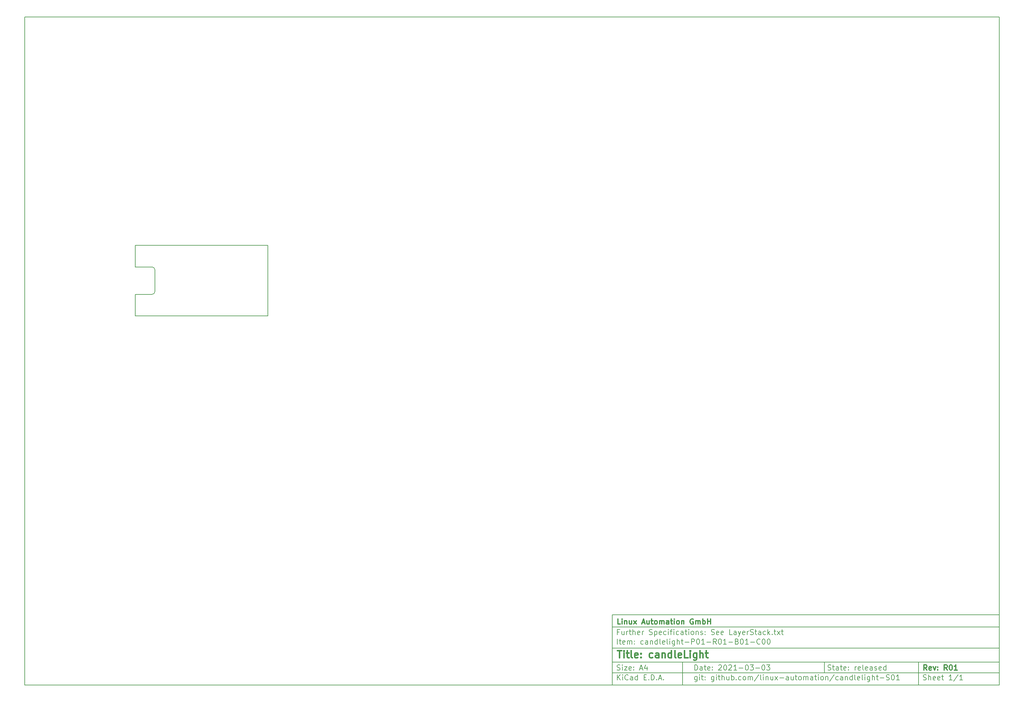
<source format=gm1>
%TF.GenerationSoftware,KiCad,Pcbnew,5.1.9+dfsg1-1~bpo10+1*%
%TF.CreationDate,2021-03-04T17:44:12+01:00*%
%TF.ProjectId,candleLight,63616e64-6c65-44c6-9967-68742e6b6963,R01*%
%TF.SameCoordinates,Original*%
%TF.FileFunction,Profile,NP*%
%FSLAX46Y46*%
G04 Gerber Fmt 4.6, Leading zero omitted, Abs format (unit mm)*
G04 Created by KiCad (PCBNEW 5.1.9+dfsg1-1~bpo10+1) date 2021-03-04 17:44:12*
%MOMM*%
%LPD*%
G01*
G04 APERTURE LIST*
%ADD10C,0.100000*%
%ADD11C,0.150000*%
%ADD12C,0.300000*%
%ADD13C,0.400000*%
%TA.AperFunction,Profile*%
%ADD14C,0.150000*%
%TD*%
G04 APERTURE END LIST*
D10*
D11*
X177002200Y-180007200D02*
X177002200Y-200007200D01*
X287002200Y-200007200D01*
X287002200Y-180007200D01*
X177002200Y-180007200D01*
D10*
D11*
X10000000Y-10000000D02*
X10000000Y-200007200D01*
X287002200Y-200007200D01*
X287002200Y-10000000D01*
X10000000Y-10000000D01*
D10*
D11*
X200434342Y-195785771D02*
X200434342Y-194285771D01*
X200791485Y-194285771D01*
X201005771Y-194357200D01*
X201148628Y-194500057D01*
X201220057Y-194642914D01*
X201291485Y-194928628D01*
X201291485Y-195142914D01*
X201220057Y-195428628D01*
X201148628Y-195571485D01*
X201005771Y-195714342D01*
X200791485Y-195785771D01*
X200434342Y-195785771D01*
X202577200Y-195785771D02*
X202577200Y-195000057D01*
X202505771Y-194857200D01*
X202362914Y-194785771D01*
X202077200Y-194785771D01*
X201934342Y-194857200D01*
X202577200Y-195714342D02*
X202434342Y-195785771D01*
X202077200Y-195785771D01*
X201934342Y-195714342D01*
X201862914Y-195571485D01*
X201862914Y-195428628D01*
X201934342Y-195285771D01*
X202077200Y-195214342D01*
X202434342Y-195214342D01*
X202577200Y-195142914D01*
X203077200Y-194785771D02*
X203648628Y-194785771D01*
X203291485Y-194285771D02*
X203291485Y-195571485D01*
X203362914Y-195714342D01*
X203505771Y-195785771D01*
X203648628Y-195785771D01*
X204720057Y-195714342D02*
X204577200Y-195785771D01*
X204291485Y-195785771D01*
X204148628Y-195714342D01*
X204077200Y-195571485D01*
X204077200Y-195000057D01*
X204148628Y-194857200D01*
X204291485Y-194785771D01*
X204577200Y-194785771D01*
X204720057Y-194857200D01*
X204791485Y-195000057D01*
X204791485Y-195142914D01*
X204077200Y-195285771D01*
X205434342Y-195642914D02*
X205505771Y-195714342D01*
X205434342Y-195785771D01*
X205362914Y-195714342D01*
X205434342Y-195642914D01*
X205434342Y-195785771D01*
X205434342Y-194857200D02*
X205505771Y-194928628D01*
X205434342Y-195000057D01*
X205362914Y-194928628D01*
X205434342Y-194857200D01*
X205434342Y-195000057D01*
X207220057Y-194428628D02*
X207291485Y-194357200D01*
X207434342Y-194285771D01*
X207791485Y-194285771D01*
X207934342Y-194357200D01*
X208005771Y-194428628D01*
X208077200Y-194571485D01*
X208077200Y-194714342D01*
X208005771Y-194928628D01*
X207148628Y-195785771D01*
X208077200Y-195785771D01*
X209005771Y-194285771D02*
X209148628Y-194285771D01*
X209291485Y-194357200D01*
X209362914Y-194428628D01*
X209434342Y-194571485D01*
X209505771Y-194857200D01*
X209505771Y-195214342D01*
X209434342Y-195500057D01*
X209362914Y-195642914D01*
X209291485Y-195714342D01*
X209148628Y-195785771D01*
X209005771Y-195785771D01*
X208862914Y-195714342D01*
X208791485Y-195642914D01*
X208720057Y-195500057D01*
X208648628Y-195214342D01*
X208648628Y-194857200D01*
X208720057Y-194571485D01*
X208791485Y-194428628D01*
X208862914Y-194357200D01*
X209005771Y-194285771D01*
X210077200Y-194428628D02*
X210148628Y-194357200D01*
X210291485Y-194285771D01*
X210648628Y-194285771D01*
X210791485Y-194357200D01*
X210862914Y-194428628D01*
X210934342Y-194571485D01*
X210934342Y-194714342D01*
X210862914Y-194928628D01*
X210005771Y-195785771D01*
X210934342Y-195785771D01*
X212362914Y-195785771D02*
X211505771Y-195785771D01*
X211934342Y-195785771D02*
X211934342Y-194285771D01*
X211791485Y-194500057D01*
X211648628Y-194642914D01*
X211505771Y-194714342D01*
X213005771Y-195214342D02*
X214148628Y-195214342D01*
X215148628Y-194285771D02*
X215291485Y-194285771D01*
X215434342Y-194357200D01*
X215505771Y-194428628D01*
X215577200Y-194571485D01*
X215648628Y-194857200D01*
X215648628Y-195214342D01*
X215577200Y-195500057D01*
X215505771Y-195642914D01*
X215434342Y-195714342D01*
X215291485Y-195785771D01*
X215148628Y-195785771D01*
X215005771Y-195714342D01*
X214934342Y-195642914D01*
X214862914Y-195500057D01*
X214791485Y-195214342D01*
X214791485Y-194857200D01*
X214862914Y-194571485D01*
X214934342Y-194428628D01*
X215005771Y-194357200D01*
X215148628Y-194285771D01*
X216148628Y-194285771D02*
X217077200Y-194285771D01*
X216577200Y-194857200D01*
X216791485Y-194857200D01*
X216934342Y-194928628D01*
X217005771Y-195000057D01*
X217077200Y-195142914D01*
X217077200Y-195500057D01*
X217005771Y-195642914D01*
X216934342Y-195714342D01*
X216791485Y-195785771D01*
X216362914Y-195785771D01*
X216220057Y-195714342D01*
X216148628Y-195642914D01*
X217720057Y-195214342D02*
X218862914Y-195214342D01*
X219862914Y-194285771D02*
X220005771Y-194285771D01*
X220148628Y-194357200D01*
X220220057Y-194428628D01*
X220291485Y-194571485D01*
X220362914Y-194857200D01*
X220362914Y-195214342D01*
X220291485Y-195500057D01*
X220220057Y-195642914D01*
X220148628Y-195714342D01*
X220005771Y-195785771D01*
X219862914Y-195785771D01*
X219720057Y-195714342D01*
X219648628Y-195642914D01*
X219577200Y-195500057D01*
X219505771Y-195214342D01*
X219505771Y-194857200D01*
X219577200Y-194571485D01*
X219648628Y-194428628D01*
X219720057Y-194357200D01*
X219862914Y-194285771D01*
X220862914Y-194285771D02*
X221791485Y-194285771D01*
X221291485Y-194857200D01*
X221505771Y-194857200D01*
X221648628Y-194928628D01*
X221720057Y-195000057D01*
X221791485Y-195142914D01*
X221791485Y-195500057D01*
X221720057Y-195642914D01*
X221648628Y-195714342D01*
X221505771Y-195785771D01*
X221077200Y-195785771D01*
X220934342Y-195714342D01*
X220862914Y-195642914D01*
D10*
D11*
X178434342Y-188385771D02*
X178434342Y-186885771D01*
X178934342Y-187385771D02*
X179505771Y-187385771D01*
X179148628Y-186885771D02*
X179148628Y-188171485D01*
X179220057Y-188314342D01*
X179362914Y-188385771D01*
X179505771Y-188385771D01*
X180577200Y-188314342D02*
X180434342Y-188385771D01*
X180148628Y-188385771D01*
X180005771Y-188314342D01*
X179934342Y-188171485D01*
X179934342Y-187600057D01*
X180005771Y-187457200D01*
X180148628Y-187385771D01*
X180434342Y-187385771D01*
X180577200Y-187457200D01*
X180648628Y-187600057D01*
X180648628Y-187742914D01*
X179934342Y-187885771D01*
X181291485Y-188385771D02*
X181291485Y-187385771D01*
X181291485Y-187528628D02*
X181362914Y-187457200D01*
X181505771Y-187385771D01*
X181720057Y-187385771D01*
X181862914Y-187457200D01*
X181934342Y-187600057D01*
X181934342Y-188385771D01*
X181934342Y-187600057D02*
X182005771Y-187457200D01*
X182148628Y-187385771D01*
X182362914Y-187385771D01*
X182505771Y-187457200D01*
X182577200Y-187600057D01*
X182577200Y-188385771D01*
X183291485Y-188242914D02*
X183362914Y-188314342D01*
X183291485Y-188385771D01*
X183220057Y-188314342D01*
X183291485Y-188242914D01*
X183291485Y-188385771D01*
X183291485Y-187457200D02*
X183362914Y-187528628D01*
X183291485Y-187600057D01*
X183220057Y-187528628D01*
X183291485Y-187457200D01*
X183291485Y-187600057D01*
X185791485Y-188314342D02*
X185648628Y-188385771D01*
X185362914Y-188385771D01*
X185220057Y-188314342D01*
X185148628Y-188242914D01*
X185077200Y-188100057D01*
X185077200Y-187671485D01*
X185148628Y-187528628D01*
X185220057Y-187457200D01*
X185362914Y-187385771D01*
X185648628Y-187385771D01*
X185791485Y-187457200D01*
X187077200Y-188385771D02*
X187077200Y-187600057D01*
X187005771Y-187457200D01*
X186862914Y-187385771D01*
X186577200Y-187385771D01*
X186434342Y-187457200D01*
X187077200Y-188314342D02*
X186934342Y-188385771D01*
X186577200Y-188385771D01*
X186434342Y-188314342D01*
X186362914Y-188171485D01*
X186362914Y-188028628D01*
X186434342Y-187885771D01*
X186577200Y-187814342D01*
X186934342Y-187814342D01*
X187077200Y-187742914D01*
X187791485Y-187385771D02*
X187791485Y-188385771D01*
X187791485Y-187528628D02*
X187862914Y-187457200D01*
X188005771Y-187385771D01*
X188220057Y-187385771D01*
X188362914Y-187457200D01*
X188434342Y-187600057D01*
X188434342Y-188385771D01*
X189791485Y-188385771D02*
X189791485Y-186885771D01*
X189791485Y-188314342D02*
X189648628Y-188385771D01*
X189362914Y-188385771D01*
X189220057Y-188314342D01*
X189148628Y-188242914D01*
X189077200Y-188100057D01*
X189077200Y-187671485D01*
X189148628Y-187528628D01*
X189220057Y-187457200D01*
X189362914Y-187385771D01*
X189648628Y-187385771D01*
X189791485Y-187457200D01*
X190720057Y-188385771D02*
X190577200Y-188314342D01*
X190505771Y-188171485D01*
X190505771Y-186885771D01*
X191862914Y-188314342D02*
X191720057Y-188385771D01*
X191434342Y-188385771D01*
X191291485Y-188314342D01*
X191220057Y-188171485D01*
X191220057Y-187600057D01*
X191291485Y-187457200D01*
X191434342Y-187385771D01*
X191720057Y-187385771D01*
X191862914Y-187457200D01*
X191934342Y-187600057D01*
X191934342Y-187742914D01*
X191220057Y-187885771D01*
X192791485Y-188385771D02*
X192648628Y-188314342D01*
X192577200Y-188171485D01*
X192577200Y-186885771D01*
X193362914Y-188385771D02*
X193362914Y-187385771D01*
X193362914Y-186885771D02*
X193291485Y-186957200D01*
X193362914Y-187028628D01*
X193434342Y-186957200D01*
X193362914Y-186885771D01*
X193362914Y-187028628D01*
X194720057Y-187385771D02*
X194720057Y-188600057D01*
X194648628Y-188742914D01*
X194577200Y-188814342D01*
X194434342Y-188885771D01*
X194220057Y-188885771D01*
X194077200Y-188814342D01*
X194720057Y-188314342D02*
X194577200Y-188385771D01*
X194291485Y-188385771D01*
X194148628Y-188314342D01*
X194077200Y-188242914D01*
X194005771Y-188100057D01*
X194005771Y-187671485D01*
X194077200Y-187528628D01*
X194148628Y-187457200D01*
X194291485Y-187385771D01*
X194577200Y-187385771D01*
X194720057Y-187457200D01*
X195434342Y-188385771D02*
X195434342Y-186885771D01*
X196077200Y-188385771D02*
X196077200Y-187600057D01*
X196005771Y-187457200D01*
X195862914Y-187385771D01*
X195648628Y-187385771D01*
X195505771Y-187457200D01*
X195434342Y-187528628D01*
X196577200Y-187385771D02*
X197148628Y-187385771D01*
X196791485Y-186885771D02*
X196791485Y-188171485D01*
X196862914Y-188314342D01*
X197005771Y-188385771D01*
X197148628Y-188385771D01*
X197648628Y-187814342D02*
X198791485Y-187814342D01*
X199505771Y-188385771D02*
X199505771Y-186885771D01*
X200077200Y-186885771D01*
X200220057Y-186957200D01*
X200291485Y-187028628D01*
X200362914Y-187171485D01*
X200362914Y-187385771D01*
X200291485Y-187528628D01*
X200220057Y-187600057D01*
X200077200Y-187671485D01*
X199505771Y-187671485D01*
X201291485Y-186885771D02*
X201434342Y-186885771D01*
X201577200Y-186957200D01*
X201648628Y-187028628D01*
X201720057Y-187171485D01*
X201791485Y-187457200D01*
X201791485Y-187814342D01*
X201720057Y-188100057D01*
X201648628Y-188242914D01*
X201577200Y-188314342D01*
X201434342Y-188385771D01*
X201291485Y-188385771D01*
X201148628Y-188314342D01*
X201077200Y-188242914D01*
X201005771Y-188100057D01*
X200934342Y-187814342D01*
X200934342Y-187457200D01*
X201005771Y-187171485D01*
X201077200Y-187028628D01*
X201148628Y-186957200D01*
X201291485Y-186885771D01*
X203220057Y-188385771D02*
X202362914Y-188385771D01*
X202791485Y-188385771D02*
X202791485Y-186885771D01*
X202648628Y-187100057D01*
X202505771Y-187242914D01*
X202362914Y-187314342D01*
X203862914Y-187814342D02*
X205005771Y-187814342D01*
X206577200Y-188385771D02*
X206077200Y-187671485D01*
X205720057Y-188385771D02*
X205720057Y-186885771D01*
X206291485Y-186885771D01*
X206434342Y-186957200D01*
X206505771Y-187028628D01*
X206577200Y-187171485D01*
X206577200Y-187385771D01*
X206505771Y-187528628D01*
X206434342Y-187600057D01*
X206291485Y-187671485D01*
X205720057Y-187671485D01*
X207505771Y-186885771D02*
X207648628Y-186885771D01*
X207791485Y-186957200D01*
X207862914Y-187028628D01*
X207934342Y-187171485D01*
X208005771Y-187457200D01*
X208005771Y-187814342D01*
X207934342Y-188100057D01*
X207862914Y-188242914D01*
X207791485Y-188314342D01*
X207648628Y-188385771D01*
X207505771Y-188385771D01*
X207362914Y-188314342D01*
X207291485Y-188242914D01*
X207220057Y-188100057D01*
X207148628Y-187814342D01*
X207148628Y-187457200D01*
X207220057Y-187171485D01*
X207291485Y-187028628D01*
X207362914Y-186957200D01*
X207505771Y-186885771D01*
X209434342Y-188385771D02*
X208577200Y-188385771D01*
X209005771Y-188385771D02*
X209005771Y-186885771D01*
X208862914Y-187100057D01*
X208720057Y-187242914D01*
X208577200Y-187314342D01*
X210077200Y-187814342D02*
X211220057Y-187814342D01*
X212434342Y-187600057D02*
X212648628Y-187671485D01*
X212720057Y-187742914D01*
X212791485Y-187885771D01*
X212791485Y-188100057D01*
X212720057Y-188242914D01*
X212648628Y-188314342D01*
X212505771Y-188385771D01*
X211934342Y-188385771D01*
X211934342Y-186885771D01*
X212434342Y-186885771D01*
X212577200Y-186957200D01*
X212648628Y-187028628D01*
X212720057Y-187171485D01*
X212720057Y-187314342D01*
X212648628Y-187457200D01*
X212577200Y-187528628D01*
X212434342Y-187600057D01*
X211934342Y-187600057D01*
X213720057Y-186885771D02*
X213862914Y-186885771D01*
X214005771Y-186957200D01*
X214077200Y-187028628D01*
X214148628Y-187171485D01*
X214220057Y-187457200D01*
X214220057Y-187814342D01*
X214148628Y-188100057D01*
X214077200Y-188242914D01*
X214005771Y-188314342D01*
X213862914Y-188385771D01*
X213720057Y-188385771D01*
X213577200Y-188314342D01*
X213505771Y-188242914D01*
X213434342Y-188100057D01*
X213362914Y-187814342D01*
X213362914Y-187457200D01*
X213434342Y-187171485D01*
X213505771Y-187028628D01*
X213577200Y-186957200D01*
X213720057Y-186885771D01*
X215648628Y-188385771D02*
X214791485Y-188385771D01*
X215220057Y-188385771D02*
X215220057Y-186885771D01*
X215077200Y-187100057D01*
X214934342Y-187242914D01*
X214791485Y-187314342D01*
X216291485Y-187814342D02*
X217434342Y-187814342D01*
X219005771Y-188242914D02*
X218934342Y-188314342D01*
X218720057Y-188385771D01*
X218577200Y-188385771D01*
X218362914Y-188314342D01*
X218220057Y-188171485D01*
X218148628Y-188028628D01*
X218077200Y-187742914D01*
X218077200Y-187528628D01*
X218148628Y-187242914D01*
X218220057Y-187100057D01*
X218362914Y-186957200D01*
X218577200Y-186885771D01*
X218720057Y-186885771D01*
X218934342Y-186957200D01*
X219005771Y-187028628D01*
X219934342Y-186885771D02*
X220077200Y-186885771D01*
X220220057Y-186957200D01*
X220291485Y-187028628D01*
X220362914Y-187171485D01*
X220434342Y-187457200D01*
X220434342Y-187814342D01*
X220362914Y-188100057D01*
X220291485Y-188242914D01*
X220220057Y-188314342D01*
X220077200Y-188385771D01*
X219934342Y-188385771D01*
X219791485Y-188314342D01*
X219720057Y-188242914D01*
X219648628Y-188100057D01*
X219577200Y-187814342D01*
X219577200Y-187457200D01*
X219648628Y-187171485D01*
X219720057Y-187028628D01*
X219791485Y-186957200D01*
X219934342Y-186885771D01*
X221362914Y-186885771D02*
X221505771Y-186885771D01*
X221648628Y-186957200D01*
X221720057Y-187028628D01*
X221791485Y-187171485D01*
X221862914Y-187457200D01*
X221862914Y-187814342D01*
X221791485Y-188100057D01*
X221720057Y-188242914D01*
X221648628Y-188314342D01*
X221505771Y-188385771D01*
X221362914Y-188385771D01*
X221220057Y-188314342D01*
X221148628Y-188242914D01*
X221077200Y-188100057D01*
X221005771Y-187814342D01*
X221005771Y-187457200D01*
X221077200Y-187171485D01*
X221148628Y-187028628D01*
X221220057Y-186957200D01*
X221362914Y-186885771D01*
D10*
D11*
X177002200Y-196507200D02*
X287002200Y-196507200D01*
D10*
D11*
X178434342Y-198585771D02*
X178434342Y-197085771D01*
X179291485Y-198585771D02*
X178648628Y-197728628D01*
X179291485Y-197085771D02*
X178434342Y-197942914D01*
X179934342Y-198585771D02*
X179934342Y-197585771D01*
X179934342Y-197085771D02*
X179862914Y-197157200D01*
X179934342Y-197228628D01*
X180005771Y-197157200D01*
X179934342Y-197085771D01*
X179934342Y-197228628D01*
X181505771Y-198442914D02*
X181434342Y-198514342D01*
X181220057Y-198585771D01*
X181077200Y-198585771D01*
X180862914Y-198514342D01*
X180720057Y-198371485D01*
X180648628Y-198228628D01*
X180577200Y-197942914D01*
X180577200Y-197728628D01*
X180648628Y-197442914D01*
X180720057Y-197300057D01*
X180862914Y-197157200D01*
X181077200Y-197085771D01*
X181220057Y-197085771D01*
X181434342Y-197157200D01*
X181505771Y-197228628D01*
X182791485Y-198585771D02*
X182791485Y-197800057D01*
X182720057Y-197657200D01*
X182577200Y-197585771D01*
X182291485Y-197585771D01*
X182148628Y-197657200D01*
X182791485Y-198514342D02*
X182648628Y-198585771D01*
X182291485Y-198585771D01*
X182148628Y-198514342D01*
X182077200Y-198371485D01*
X182077200Y-198228628D01*
X182148628Y-198085771D01*
X182291485Y-198014342D01*
X182648628Y-198014342D01*
X182791485Y-197942914D01*
X184148628Y-198585771D02*
X184148628Y-197085771D01*
X184148628Y-198514342D02*
X184005771Y-198585771D01*
X183720057Y-198585771D01*
X183577200Y-198514342D01*
X183505771Y-198442914D01*
X183434342Y-198300057D01*
X183434342Y-197871485D01*
X183505771Y-197728628D01*
X183577200Y-197657200D01*
X183720057Y-197585771D01*
X184005771Y-197585771D01*
X184148628Y-197657200D01*
X186005771Y-197800057D02*
X186505771Y-197800057D01*
X186720057Y-198585771D02*
X186005771Y-198585771D01*
X186005771Y-197085771D01*
X186720057Y-197085771D01*
X187362914Y-198442914D02*
X187434342Y-198514342D01*
X187362914Y-198585771D01*
X187291485Y-198514342D01*
X187362914Y-198442914D01*
X187362914Y-198585771D01*
X188077200Y-198585771D02*
X188077200Y-197085771D01*
X188434342Y-197085771D01*
X188648628Y-197157200D01*
X188791485Y-197300057D01*
X188862914Y-197442914D01*
X188934342Y-197728628D01*
X188934342Y-197942914D01*
X188862914Y-198228628D01*
X188791485Y-198371485D01*
X188648628Y-198514342D01*
X188434342Y-198585771D01*
X188077200Y-198585771D01*
X189577200Y-198442914D02*
X189648628Y-198514342D01*
X189577200Y-198585771D01*
X189505771Y-198514342D01*
X189577200Y-198442914D01*
X189577200Y-198585771D01*
X190220057Y-198157200D02*
X190934342Y-198157200D01*
X190077200Y-198585771D02*
X190577200Y-197085771D01*
X191077200Y-198585771D01*
X191577200Y-198442914D02*
X191648628Y-198514342D01*
X191577200Y-198585771D01*
X191505771Y-198514342D01*
X191577200Y-198442914D01*
X191577200Y-198585771D01*
D10*
D11*
X177002200Y-193507200D02*
X287002200Y-193507200D01*
D10*
D12*
X266411485Y-195785771D02*
X265911485Y-195071485D01*
X265554342Y-195785771D02*
X265554342Y-194285771D01*
X266125771Y-194285771D01*
X266268628Y-194357200D01*
X266340057Y-194428628D01*
X266411485Y-194571485D01*
X266411485Y-194785771D01*
X266340057Y-194928628D01*
X266268628Y-195000057D01*
X266125771Y-195071485D01*
X265554342Y-195071485D01*
X267625771Y-195714342D02*
X267482914Y-195785771D01*
X267197200Y-195785771D01*
X267054342Y-195714342D01*
X266982914Y-195571485D01*
X266982914Y-195000057D01*
X267054342Y-194857200D01*
X267197200Y-194785771D01*
X267482914Y-194785771D01*
X267625771Y-194857200D01*
X267697200Y-195000057D01*
X267697200Y-195142914D01*
X266982914Y-195285771D01*
X268197200Y-194785771D02*
X268554342Y-195785771D01*
X268911485Y-194785771D01*
X269482914Y-195642914D02*
X269554342Y-195714342D01*
X269482914Y-195785771D01*
X269411485Y-195714342D01*
X269482914Y-195642914D01*
X269482914Y-195785771D01*
X269482914Y-194857200D02*
X269554342Y-194928628D01*
X269482914Y-195000057D01*
X269411485Y-194928628D01*
X269482914Y-194857200D01*
X269482914Y-195000057D01*
X272197200Y-195785771D02*
X271697200Y-195071485D01*
X271340057Y-195785771D02*
X271340057Y-194285771D01*
X271911485Y-194285771D01*
X272054342Y-194357200D01*
X272125771Y-194428628D01*
X272197200Y-194571485D01*
X272197200Y-194785771D01*
X272125771Y-194928628D01*
X272054342Y-195000057D01*
X271911485Y-195071485D01*
X271340057Y-195071485D01*
X273125771Y-194285771D02*
X273268628Y-194285771D01*
X273411485Y-194357200D01*
X273482914Y-194428628D01*
X273554342Y-194571485D01*
X273625771Y-194857200D01*
X273625771Y-195214342D01*
X273554342Y-195500057D01*
X273482914Y-195642914D01*
X273411485Y-195714342D01*
X273268628Y-195785771D01*
X273125771Y-195785771D01*
X272982914Y-195714342D01*
X272911485Y-195642914D01*
X272840057Y-195500057D01*
X272768628Y-195214342D01*
X272768628Y-194857200D01*
X272840057Y-194571485D01*
X272911485Y-194428628D01*
X272982914Y-194357200D01*
X273125771Y-194285771D01*
X275054342Y-195785771D02*
X274197200Y-195785771D01*
X274625771Y-195785771D02*
X274625771Y-194285771D01*
X274482914Y-194500057D01*
X274340057Y-194642914D01*
X274197200Y-194714342D01*
D10*
D11*
X178362914Y-195714342D02*
X178577200Y-195785771D01*
X178934342Y-195785771D01*
X179077200Y-195714342D01*
X179148628Y-195642914D01*
X179220057Y-195500057D01*
X179220057Y-195357200D01*
X179148628Y-195214342D01*
X179077200Y-195142914D01*
X178934342Y-195071485D01*
X178648628Y-195000057D01*
X178505771Y-194928628D01*
X178434342Y-194857200D01*
X178362914Y-194714342D01*
X178362914Y-194571485D01*
X178434342Y-194428628D01*
X178505771Y-194357200D01*
X178648628Y-194285771D01*
X179005771Y-194285771D01*
X179220057Y-194357200D01*
X179862914Y-195785771D02*
X179862914Y-194785771D01*
X179862914Y-194285771D02*
X179791485Y-194357200D01*
X179862914Y-194428628D01*
X179934342Y-194357200D01*
X179862914Y-194285771D01*
X179862914Y-194428628D01*
X180434342Y-194785771D02*
X181220057Y-194785771D01*
X180434342Y-195785771D01*
X181220057Y-195785771D01*
X182362914Y-195714342D02*
X182220057Y-195785771D01*
X181934342Y-195785771D01*
X181791485Y-195714342D01*
X181720057Y-195571485D01*
X181720057Y-195000057D01*
X181791485Y-194857200D01*
X181934342Y-194785771D01*
X182220057Y-194785771D01*
X182362914Y-194857200D01*
X182434342Y-195000057D01*
X182434342Y-195142914D01*
X181720057Y-195285771D01*
X183077200Y-195642914D02*
X183148628Y-195714342D01*
X183077200Y-195785771D01*
X183005771Y-195714342D01*
X183077200Y-195642914D01*
X183077200Y-195785771D01*
X183077200Y-194857200D02*
X183148628Y-194928628D01*
X183077200Y-195000057D01*
X183005771Y-194928628D01*
X183077200Y-194857200D01*
X183077200Y-195000057D01*
X184862914Y-195357200D02*
X185577200Y-195357200D01*
X184720057Y-195785771D02*
X185220057Y-194285771D01*
X185720057Y-195785771D01*
X186862914Y-194785771D02*
X186862914Y-195785771D01*
X186505771Y-194214342D02*
X186148628Y-195285771D01*
X187077200Y-195285771D01*
D10*
D11*
X265362914Y-198514342D02*
X265577200Y-198585771D01*
X265934342Y-198585771D01*
X266077200Y-198514342D01*
X266148628Y-198442914D01*
X266220057Y-198300057D01*
X266220057Y-198157200D01*
X266148628Y-198014342D01*
X266077200Y-197942914D01*
X265934342Y-197871485D01*
X265648628Y-197800057D01*
X265505771Y-197728628D01*
X265434342Y-197657200D01*
X265362914Y-197514342D01*
X265362914Y-197371485D01*
X265434342Y-197228628D01*
X265505771Y-197157200D01*
X265648628Y-197085771D01*
X266005771Y-197085771D01*
X266220057Y-197157200D01*
X266862914Y-198585771D02*
X266862914Y-197085771D01*
X267505771Y-198585771D02*
X267505771Y-197800057D01*
X267434342Y-197657200D01*
X267291485Y-197585771D01*
X267077200Y-197585771D01*
X266934342Y-197657200D01*
X266862914Y-197728628D01*
X268791485Y-198514342D02*
X268648628Y-198585771D01*
X268362914Y-198585771D01*
X268220057Y-198514342D01*
X268148628Y-198371485D01*
X268148628Y-197800057D01*
X268220057Y-197657200D01*
X268362914Y-197585771D01*
X268648628Y-197585771D01*
X268791485Y-197657200D01*
X268862914Y-197800057D01*
X268862914Y-197942914D01*
X268148628Y-198085771D01*
X270077200Y-198514342D02*
X269934342Y-198585771D01*
X269648628Y-198585771D01*
X269505771Y-198514342D01*
X269434342Y-198371485D01*
X269434342Y-197800057D01*
X269505771Y-197657200D01*
X269648628Y-197585771D01*
X269934342Y-197585771D01*
X270077200Y-197657200D01*
X270148628Y-197800057D01*
X270148628Y-197942914D01*
X269434342Y-198085771D01*
X270577200Y-197585771D02*
X271148628Y-197585771D01*
X270791485Y-197085771D02*
X270791485Y-198371485D01*
X270862914Y-198514342D01*
X271005771Y-198585771D01*
X271148628Y-198585771D01*
X273577200Y-198585771D02*
X272720057Y-198585771D01*
X273148628Y-198585771D02*
X273148628Y-197085771D01*
X273005771Y-197300057D01*
X272862914Y-197442914D01*
X272720057Y-197514342D01*
X275291485Y-197014342D02*
X274005771Y-198942914D01*
X276577200Y-198585771D02*
X275720057Y-198585771D01*
X276148628Y-198585771D02*
X276148628Y-197085771D01*
X276005771Y-197300057D01*
X275862914Y-197442914D01*
X275720057Y-197514342D01*
D10*
D11*
X177002200Y-189507200D02*
X287002200Y-189507200D01*
D10*
D13*
X178452676Y-190211961D02*
X179595533Y-190211961D01*
X179024104Y-192211961D02*
X179024104Y-190211961D01*
X180262200Y-192211961D02*
X180262200Y-190878628D01*
X180262200Y-190211961D02*
X180166961Y-190307200D01*
X180262200Y-190402438D01*
X180357438Y-190307200D01*
X180262200Y-190211961D01*
X180262200Y-190402438D01*
X180928866Y-190878628D02*
X181690771Y-190878628D01*
X181214580Y-190211961D02*
X181214580Y-191926247D01*
X181309819Y-192116723D01*
X181500295Y-192211961D01*
X181690771Y-192211961D01*
X182643152Y-192211961D02*
X182452676Y-192116723D01*
X182357438Y-191926247D01*
X182357438Y-190211961D01*
X184166961Y-192116723D02*
X183976485Y-192211961D01*
X183595533Y-192211961D01*
X183405057Y-192116723D01*
X183309819Y-191926247D01*
X183309819Y-191164342D01*
X183405057Y-190973866D01*
X183595533Y-190878628D01*
X183976485Y-190878628D01*
X184166961Y-190973866D01*
X184262200Y-191164342D01*
X184262200Y-191354819D01*
X183309819Y-191545295D01*
X185119342Y-192021485D02*
X185214580Y-192116723D01*
X185119342Y-192211961D01*
X185024104Y-192116723D01*
X185119342Y-192021485D01*
X185119342Y-192211961D01*
X185119342Y-190973866D02*
X185214580Y-191069104D01*
X185119342Y-191164342D01*
X185024104Y-191069104D01*
X185119342Y-190973866D01*
X185119342Y-191164342D01*
X188452676Y-192116723D02*
X188262200Y-192211961D01*
X187881247Y-192211961D01*
X187690771Y-192116723D01*
X187595533Y-192021485D01*
X187500295Y-191831009D01*
X187500295Y-191259580D01*
X187595533Y-191069104D01*
X187690771Y-190973866D01*
X187881247Y-190878628D01*
X188262200Y-190878628D01*
X188452676Y-190973866D01*
X190166961Y-192211961D02*
X190166961Y-191164342D01*
X190071723Y-190973866D01*
X189881247Y-190878628D01*
X189500295Y-190878628D01*
X189309819Y-190973866D01*
X190166961Y-192116723D02*
X189976485Y-192211961D01*
X189500295Y-192211961D01*
X189309819Y-192116723D01*
X189214580Y-191926247D01*
X189214580Y-191735771D01*
X189309819Y-191545295D01*
X189500295Y-191450057D01*
X189976485Y-191450057D01*
X190166961Y-191354819D01*
X191119342Y-190878628D02*
X191119342Y-192211961D01*
X191119342Y-191069104D02*
X191214580Y-190973866D01*
X191405057Y-190878628D01*
X191690771Y-190878628D01*
X191881247Y-190973866D01*
X191976485Y-191164342D01*
X191976485Y-192211961D01*
X193786009Y-192211961D02*
X193786009Y-190211961D01*
X193786009Y-192116723D02*
X193595533Y-192211961D01*
X193214580Y-192211961D01*
X193024104Y-192116723D01*
X192928866Y-192021485D01*
X192833628Y-191831009D01*
X192833628Y-191259580D01*
X192928866Y-191069104D01*
X193024104Y-190973866D01*
X193214580Y-190878628D01*
X193595533Y-190878628D01*
X193786009Y-190973866D01*
X195024104Y-192211961D02*
X194833628Y-192116723D01*
X194738390Y-191926247D01*
X194738390Y-190211961D01*
X196547914Y-192116723D02*
X196357438Y-192211961D01*
X195976485Y-192211961D01*
X195786009Y-192116723D01*
X195690771Y-191926247D01*
X195690771Y-191164342D01*
X195786009Y-190973866D01*
X195976485Y-190878628D01*
X196357438Y-190878628D01*
X196547914Y-190973866D01*
X196643152Y-191164342D01*
X196643152Y-191354819D01*
X195690771Y-191545295D01*
X198452676Y-192211961D02*
X197500295Y-192211961D01*
X197500295Y-190211961D01*
X199119342Y-192211961D02*
X199119342Y-190878628D01*
X199119342Y-190211961D02*
X199024104Y-190307200D01*
X199119342Y-190402438D01*
X199214580Y-190307200D01*
X199119342Y-190211961D01*
X199119342Y-190402438D01*
X200928866Y-190878628D02*
X200928866Y-192497676D01*
X200833628Y-192688152D01*
X200738390Y-192783390D01*
X200547914Y-192878628D01*
X200262200Y-192878628D01*
X200071723Y-192783390D01*
X200928866Y-192116723D02*
X200738390Y-192211961D01*
X200357438Y-192211961D01*
X200166961Y-192116723D01*
X200071723Y-192021485D01*
X199976485Y-191831009D01*
X199976485Y-191259580D01*
X200071723Y-191069104D01*
X200166961Y-190973866D01*
X200357438Y-190878628D01*
X200738390Y-190878628D01*
X200928866Y-190973866D01*
X201881247Y-192211961D02*
X201881247Y-190211961D01*
X202738390Y-192211961D02*
X202738390Y-191164342D01*
X202643152Y-190973866D01*
X202452676Y-190878628D01*
X202166961Y-190878628D01*
X201976485Y-190973866D01*
X201881247Y-191069104D01*
X203405057Y-190878628D02*
X204166961Y-190878628D01*
X203690771Y-190211961D02*
X203690771Y-191926247D01*
X203786009Y-192116723D01*
X203976485Y-192211961D01*
X204166961Y-192211961D01*
D10*
D11*
X177002200Y-183507200D02*
X287002200Y-183507200D01*
D10*
D11*
X178934342Y-184900057D02*
X178434342Y-184900057D01*
X178434342Y-185685771D02*
X178434342Y-184185771D01*
X179148628Y-184185771D01*
X180362914Y-184685771D02*
X180362914Y-185685771D01*
X179720057Y-184685771D02*
X179720057Y-185471485D01*
X179791485Y-185614342D01*
X179934342Y-185685771D01*
X180148628Y-185685771D01*
X180291485Y-185614342D01*
X180362914Y-185542914D01*
X181077200Y-185685771D02*
X181077200Y-184685771D01*
X181077200Y-184971485D02*
X181148628Y-184828628D01*
X181220057Y-184757200D01*
X181362914Y-184685771D01*
X181505771Y-184685771D01*
X181791485Y-184685771D02*
X182362914Y-184685771D01*
X182005771Y-184185771D02*
X182005771Y-185471485D01*
X182077200Y-185614342D01*
X182220057Y-185685771D01*
X182362914Y-185685771D01*
X182862914Y-185685771D02*
X182862914Y-184185771D01*
X183505771Y-185685771D02*
X183505771Y-184900057D01*
X183434342Y-184757200D01*
X183291485Y-184685771D01*
X183077200Y-184685771D01*
X182934342Y-184757200D01*
X182862914Y-184828628D01*
X184791485Y-185614342D02*
X184648628Y-185685771D01*
X184362914Y-185685771D01*
X184220057Y-185614342D01*
X184148628Y-185471485D01*
X184148628Y-184900057D01*
X184220057Y-184757200D01*
X184362914Y-184685771D01*
X184648628Y-184685771D01*
X184791485Y-184757200D01*
X184862914Y-184900057D01*
X184862914Y-185042914D01*
X184148628Y-185185771D01*
X185505771Y-185685771D02*
X185505771Y-184685771D01*
X185505771Y-184971485D02*
X185577200Y-184828628D01*
X185648628Y-184757200D01*
X185791485Y-184685771D01*
X185934342Y-184685771D01*
X187505771Y-185614342D02*
X187720057Y-185685771D01*
X188077200Y-185685771D01*
X188220057Y-185614342D01*
X188291485Y-185542914D01*
X188362914Y-185400057D01*
X188362914Y-185257200D01*
X188291485Y-185114342D01*
X188220057Y-185042914D01*
X188077200Y-184971485D01*
X187791485Y-184900057D01*
X187648628Y-184828628D01*
X187577200Y-184757200D01*
X187505771Y-184614342D01*
X187505771Y-184471485D01*
X187577200Y-184328628D01*
X187648628Y-184257200D01*
X187791485Y-184185771D01*
X188148628Y-184185771D01*
X188362914Y-184257200D01*
X189005771Y-184685771D02*
X189005771Y-186185771D01*
X189005771Y-184757200D02*
X189148628Y-184685771D01*
X189434342Y-184685771D01*
X189577200Y-184757200D01*
X189648628Y-184828628D01*
X189720057Y-184971485D01*
X189720057Y-185400057D01*
X189648628Y-185542914D01*
X189577200Y-185614342D01*
X189434342Y-185685771D01*
X189148628Y-185685771D01*
X189005771Y-185614342D01*
X190934342Y-185614342D02*
X190791485Y-185685771D01*
X190505771Y-185685771D01*
X190362914Y-185614342D01*
X190291485Y-185471485D01*
X190291485Y-184900057D01*
X190362914Y-184757200D01*
X190505771Y-184685771D01*
X190791485Y-184685771D01*
X190934342Y-184757200D01*
X191005771Y-184900057D01*
X191005771Y-185042914D01*
X190291485Y-185185771D01*
X192291485Y-185614342D02*
X192148628Y-185685771D01*
X191862914Y-185685771D01*
X191720057Y-185614342D01*
X191648628Y-185542914D01*
X191577200Y-185400057D01*
X191577200Y-184971485D01*
X191648628Y-184828628D01*
X191720057Y-184757200D01*
X191862914Y-184685771D01*
X192148628Y-184685771D01*
X192291485Y-184757200D01*
X192934342Y-185685771D02*
X192934342Y-184685771D01*
X192934342Y-184185771D02*
X192862914Y-184257200D01*
X192934342Y-184328628D01*
X193005771Y-184257200D01*
X192934342Y-184185771D01*
X192934342Y-184328628D01*
X193434342Y-184685771D02*
X194005771Y-184685771D01*
X193648628Y-185685771D02*
X193648628Y-184400057D01*
X193720057Y-184257200D01*
X193862914Y-184185771D01*
X194005771Y-184185771D01*
X194505771Y-185685771D02*
X194505771Y-184685771D01*
X194505771Y-184185771D02*
X194434342Y-184257200D01*
X194505771Y-184328628D01*
X194577200Y-184257200D01*
X194505771Y-184185771D01*
X194505771Y-184328628D01*
X195862914Y-185614342D02*
X195720057Y-185685771D01*
X195434342Y-185685771D01*
X195291485Y-185614342D01*
X195220057Y-185542914D01*
X195148628Y-185400057D01*
X195148628Y-184971485D01*
X195220057Y-184828628D01*
X195291485Y-184757200D01*
X195434342Y-184685771D01*
X195720057Y-184685771D01*
X195862914Y-184757200D01*
X197148628Y-185685771D02*
X197148628Y-184900057D01*
X197077200Y-184757200D01*
X196934342Y-184685771D01*
X196648628Y-184685771D01*
X196505771Y-184757200D01*
X197148628Y-185614342D02*
X197005771Y-185685771D01*
X196648628Y-185685771D01*
X196505771Y-185614342D01*
X196434342Y-185471485D01*
X196434342Y-185328628D01*
X196505771Y-185185771D01*
X196648628Y-185114342D01*
X197005771Y-185114342D01*
X197148628Y-185042914D01*
X197648628Y-184685771D02*
X198220057Y-184685771D01*
X197862914Y-184185771D02*
X197862914Y-185471485D01*
X197934342Y-185614342D01*
X198077200Y-185685771D01*
X198220057Y-185685771D01*
X198720057Y-185685771D02*
X198720057Y-184685771D01*
X198720057Y-184185771D02*
X198648628Y-184257200D01*
X198720057Y-184328628D01*
X198791485Y-184257200D01*
X198720057Y-184185771D01*
X198720057Y-184328628D01*
X199648628Y-185685771D02*
X199505771Y-185614342D01*
X199434342Y-185542914D01*
X199362914Y-185400057D01*
X199362914Y-184971485D01*
X199434342Y-184828628D01*
X199505771Y-184757200D01*
X199648628Y-184685771D01*
X199862914Y-184685771D01*
X200005771Y-184757200D01*
X200077200Y-184828628D01*
X200148628Y-184971485D01*
X200148628Y-185400057D01*
X200077200Y-185542914D01*
X200005771Y-185614342D01*
X199862914Y-185685771D01*
X199648628Y-185685771D01*
X200791485Y-184685771D02*
X200791485Y-185685771D01*
X200791485Y-184828628D02*
X200862914Y-184757200D01*
X201005771Y-184685771D01*
X201220057Y-184685771D01*
X201362914Y-184757200D01*
X201434342Y-184900057D01*
X201434342Y-185685771D01*
X202077200Y-185614342D02*
X202220057Y-185685771D01*
X202505771Y-185685771D01*
X202648628Y-185614342D01*
X202720057Y-185471485D01*
X202720057Y-185400057D01*
X202648628Y-185257200D01*
X202505771Y-185185771D01*
X202291485Y-185185771D01*
X202148628Y-185114342D01*
X202077200Y-184971485D01*
X202077200Y-184900057D01*
X202148628Y-184757200D01*
X202291485Y-184685771D01*
X202505771Y-184685771D01*
X202648628Y-184757200D01*
X203362914Y-185542914D02*
X203434342Y-185614342D01*
X203362914Y-185685771D01*
X203291485Y-185614342D01*
X203362914Y-185542914D01*
X203362914Y-185685771D01*
X203362914Y-184757200D02*
X203434342Y-184828628D01*
X203362914Y-184900057D01*
X203291485Y-184828628D01*
X203362914Y-184757200D01*
X203362914Y-184900057D01*
X205148628Y-185614342D02*
X205362914Y-185685771D01*
X205720057Y-185685771D01*
X205862914Y-185614342D01*
X205934342Y-185542914D01*
X206005771Y-185400057D01*
X206005771Y-185257200D01*
X205934342Y-185114342D01*
X205862914Y-185042914D01*
X205720057Y-184971485D01*
X205434342Y-184900057D01*
X205291485Y-184828628D01*
X205220057Y-184757200D01*
X205148628Y-184614342D01*
X205148628Y-184471485D01*
X205220057Y-184328628D01*
X205291485Y-184257200D01*
X205434342Y-184185771D01*
X205791485Y-184185771D01*
X206005771Y-184257200D01*
X207220057Y-185614342D02*
X207077200Y-185685771D01*
X206791485Y-185685771D01*
X206648628Y-185614342D01*
X206577200Y-185471485D01*
X206577200Y-184900057D01*
X206648628Y-184757200D01*
X206791485Y-184685771D01*
X207077200Y-184685771D01*
X207220057Y-184757200D01*
X207291485Y-184900057D01*
X207291485Y-185042914D01*
X206577200Y-185185771D01*
X208505771Y-185614342D02*
X208362914Y-185685771D01*
X208077200Y-185685771D01*
X207934342Y-185614342D01*
X207862914Y-185471485D01*
X207862914Y-184900057D01*
X207934342Y-184757200D01*
X208077200Y-184685771D01*
X208362914Y-184685771D01*
X208505771Y-184757200D01*
X208577200Y-184900057D01*
X208577200Y-185042914D01*
X207862914Y-185185771D01*
X211077200Y-185685771D02*
X210362914Y-185685771D01*
X210362914Y-184185771D01*
X212220057Y-185685771D02*
X212220057Y-184900057D01*
X212148628Y-184757200D01*
X212005771Y-184685771D01*
X211720057Y-184685771D01*
X211577200Y-184757200D01*
X212220057Y-185614342D02*
X212077200Y-185685771D01*
X211720057Y-185685771D01*
X211577200Y-185614342D01*
X211505771Y-185471485D01*
X211505771Y-185328628D01*
X211577200Y-185185771D01*
X211720057Y-185114342D01*
X212077200Y-185114342D01*
X212220057Y-185042914D01*
X212791485Y-184685771D02*
X213148628Y-185685771D01*
X213505771Y-184685771D02*
X213148628Y-185685771D01*
X213005771Y-186042914D01*
X212934342Y-186114342D01*
X212791485Y-186185771D01*
X214648628Y-185614342D02*
X214505771Y-185685771D01*
X214220057Y-185685771D01*
X214077200Y-185614342D01*
X214005771Y-185471485D01*
X214005771Y-184900057D01*
X214077200Y-184757200D01*
X214220057Y-184685771D01*
X214505771Y-184685771D01*
X214648628Y-184757200D01*
X214720057Y-184900057D01*
X214720057Y-185042914D01*
X214005771Y-185185771D01*
X215362914Y-185685771D02*
X215362914Y-184685771D01*
X215362914Y-184971485D02*
X215434342Y-184828628D01*
X215505771Y-184757200D01*
X215648628Y-184685771D01*
X215791485Y-184685771D01*
X216220057Y-185614342D02*
X216434342Y-185685771D01*
X216791485Y-185685771D01*
X216934342Y-185614342D01*
X217005771Y-185542914D01*
X217077200Y-185400057D01*
X217077200Y-185257200D01*
X217005771Y-185114342D01*
X216934342Y-185042914D01*
X216791485Y-184971485D01*
X216505771Y-184900057D01*
X216362914Y-184828628D01*
X216291485Y-184757200D01*
X216220057Y-184614342D01*
X216220057Y-184471485D01*
X216291485Y-184328628D01*
X216362914Y-184257200D01*
X216505771Y-184185771D01*
X216862914Y-184185771D01*
X217077200Y-184257200D01*
X217505771Y-184685771D02*
X218077200Y-184685771D01*
X217720057Y-184185771D02*
X217720057Y-185471485D01*
X217791485Y-185614342D01*
X217934342Y-185685771D01*
X218077200Y-185685771D01*
X219220057Y-185685771D02*
X219220057Y-184900057D01*
X219148628Y-184757200D01*
X219005771Y-184685771D01*
X218720057Y-184685771D01*
X218577200Y-184757200D01*
X219220057Y-185614342D02*
X219077200Y-185685771D01*
X218720057Y-185685771D01*
X218577200Y-185614342D01*
X218505771Y-185471485D01*
X218505771Y-185328628D01*
X218577200Y-185185771D01*
X218720057Y-185114342D01*
X219077200Y-185114342D01*
X219220057Y-185042914D01*
X220577200Y-185614342D02*
X220434342Y-185685771D01*
X220148628Y-185685771D01*
X220005771Y-185614342D01*
X219934342Y-185542914D01*
X219862914Y-185400057D01*
X219862914Y-184971485D01*
X219934342Y-184828628D01*
X220005771Y-184757200D01*
X220148628Y-184685771D01*
X220434342Y-184685771D01*
X220577200Y-184757200D01*
X221220057Y-185685771D02*
X221220057Y-184185771D01*
X221362914Y-185114342D02*
X221791485Y-185685771D01*
X221791485Y-184685771D02*
X221220057Y-185257200D01*
X222434342Y-185542914D02*
X222505771Y-185614342D01*
X222434342Y-185685771D01*
X222362914Y-185614342D01*
X222434342Y-185542914D01*
X222434342Y-185685771D01*
X222934342Y-184685771D02*
X223505771Y-184685771D01*
X223148628Y-184185771D02*
X223148628Y-185471485D01*
X223220057Y-185614342D01*
X223362914Y-185685771D01*
X223505771Y-185685771D01*
X223862914Y-185685771D02*
X224648628Y-184685771D01*
X223862914Y-184685771D02*
X224648628Y-185685771D01*
X225005771Y-184685771D02*
X225577200Y-184685771D01*
X225220057Y-184185771D02*
X225220057Y-185471485D01*
X225291485Y-185614342D01*
X225434342Y-185685771D01*
X225577200Y-185685771D01*
D10*
D12*
X179268628Y-182685771D02*
X178554342Y-182685771D01*
X178554342Y-181185771D01*
X179768628Y-182685771D02*
X179768628Y-181685771D01*
X179768628Y-181185771D02*
X179697200Y-181257200D01*
X179768628Y-181328628D01*
X179840057Y-181257200D01*
X179768628Y-181185771D01*
X179768628Y-181328628D01*
X180482914Y-181685771D02*
X180482914Y-182685771D01*
X180482914Y-181828628D02*
X180554342Y-181757200D01*
X180697200Y-181685771D01*
X180911485Y-181685771D01*
X181054342Y-181757200D01*
X181125771Y-181900057D01*
X181125771Y-182685771D01*
X182482914Y-181685771D02*
X182482914Y-182685771D01*
X181840057Y-181685771D02*
X181840057Y-182471485D01*
X181911485Y-182614342D01*
X182054342Y-182685771D01*
X182268628Y-182685771D01*
X182411485Y-182614342D01*
X182482914Y-182542914D01*
X183054342Y-182685771D02*
X183840057Y-181685771D01*
X183054342Y-181685771D02*
X183840057Y-182685771D01*
X185482914Y-182257200D02*
X186197200Y-182257200D01*
X185340057Y-182685771D02*
X185840057Y-181185771D01*
X186340057Y-182685771D01*
X187482914Y-181685771D02*
X187482914Y-182685771D01*
X186840057Y-181685771D02*
X186840057Y-182471485D01*
X186911485Y-182614342D01*
X187054342Y-182685771D01*
X187268628Y-182685771D01*
X187411485Y-182614342D01*
X187482914Y-182542914D01*
X187982914Y-181685771D02*
X188554342Y-181685771D01*
X188197200Y-181185771D02*
X188197200Y-182471485D01*
X188268628Y-182614342D01*
X188411485Y-182685771D01*
X188554342Y-182685771D01*
X189268628Y-182685771D02*
X189125771Y-182614342D01*
X189054342Y-182542914D01*
X188982914Y-182400057D01*
X188982914Y-181971485D01*
X189054342Y-181828628D01*
X189125771Y-181757200D01*
X189268628Y-181685771D01*
X189482914Y-181685771D01*
X189625771Y-181757200D01*
X189697200Y-181828628D01*
X189768628Y-181971485D01*
X189768628Y-182400057D01*
X189697200Y-182542914D01*
X189625771Y-182614342D01*
X189482914Y-182685771D01*
X189268628Y-182685771D01*
X190411485Y-182685771D02*
X190411485Y-181685771D01*
X190411485Y-181828628D02*
X190482914Y-181757200D01*
X190625771Y-181685771D01*
X190840057Y-181685771D01*
X190982914Y-181757200D01*
X191054342Y-181900057D01*
X191054342Y-182685771D01*
X191054342Y-181900057D02*
X191125771Y-181757200D01*
X191268628Y-181685771D01*
X191482914Y-181685771D01*
X191625771Y-181757200D01*
X191697200Y-181900057D01*
X191697200Y-182685771D01*
X193054342Y-182685771D02*
X193054342Y-181900057D01*
X192982914Y-181757200D01*
X192840057Y-181685771D01*
X192554342Y-181685771D01*
X192411485Y-181757200D01*
X193054342Y-182614342D02*
X192911485Y-182685771D01*
X192554342Y-182685771D01*
X192411485Y-182614342D01*
X192340057Y-182471485D01*
X192340057Y-182328628D01*
X192411485Y-182185771D01*
X192554342Y-182114342D01*
X192911485Y-182114342D01*
X193054342Y-182042914D01*
X193554342Y-181685771D02*
X194125771Y-181685771D01*
X193768628Y-181185771D02*
X193768628Y-182471485D01*
X193840057Y-182614342D01*
X193982914Y-182685771D01*
X194125771Y-182685771D01*
X194625771Y-182685771D02*
X194625771Y-181685771D01*
X194625771Y-181185771D02*
X194554342Y-181257200D01*
X194625771Y-181328628D01*
X194697200Y-181257200D01*
X194625771Y-181185771D01*
X194625771Y-181328628D01*
X195554342Y-182685771D02*
X195411485Y-182614342D01*
X195340057Y-182542914D01*
X195268628Y-182400057D01*
X195268628Y-181971485D01*
X195340057Y-181828628D01*
X195411485Y-181757200D01*
X195554342Y-181685771D01*
X195768628Y-181685771D01*
X195911485Y-181757200D01*
X195982914Y-181828628D01*
X196054342Y-181971485D01*
X196054342Y-182400057D01*
X195982914Y-182542914D01*
X195911485Y-182614342D01*
X195768628Y-182685771D01*
X195554342Y-182685771D01*
X196697200Y-181685771D02*
X196697200Y-182685771D01*
X196697200Y-181828628D02*
X196768628Y-181757200D01*
X196911485Y-181685771D01*
X197125771Y-181685771D01*
X197268628Y-181757200D01*
X197340057Y-181900057D01*
X197340057Y-182685771D01*
X199982914Y-181257200D02*
X199840057Y-181185771D01*
X199625771Y-181185771D01*
X199411485Y-181257200D01*
X199268628Y-181400057D01*
X199197200Y-181542914D01*
X199125771Y-181828628D01*
X199125771Y-182042914D01*
X199197200Y-182328628D01*
X199268628Y-182471485D01*
X199411485Y-182614342D01*
X199625771Y-182685771D01*
X199768628Y-182685771D01*
X199982914Y-182614342D01*
X200054342Y-182542914D01*
X200054342Y-182042914D01*
X199768628Y-182042914D01*
X200697200Y-182685771D02*
X200697200Y-181685771D01*
X200697200Y-181828628D02*
X200768628Y-181757200D01*
X200911485Y-181685771D01*
X201125771Y-181685771D01*
X201268628Y-181757200D01*
X201340057Y-181900057D01*
X201340057Y-182685771D01*
X201340057Y-181900057D02*
X201411485Y-181757200D01*
X201554342Y-181685771D01*
X201768628Y-181685771D01*
X201911485Y-181757200D01*
X201982914Y-181900057D01*
X201982914Y-182685771D01*
X202697200Y-182685771D02*
X202697200Y-181185771D01*
X202697200Y-181757200D02*
X202840057Y-181685771D01*
X203125771Y-181685771D01*
X203268628Y-181757200D01*
X203340057Y-181828628D01*
X203411485Y-181971485D01*
X203411485Y-182400057D01*
X203340057Y-182542914D01*
X203268628Y-182614342D01*
X203125771Y-182685771D01*
X202840057Y-182685771D01*
X202697200Y-182614342D01*
X204054342Y-182685771D02*
X204054342Y-181185771D01*
X204054342Y-181900057D02*
X204911485Y-181900057D01*
X204911485Y-182685771D02*
X204911485Y-181185771D01*
D10*
D11*
X201077200Y-197585771D02*
X201077200Y-198800057D01*
X201005771Y-198942914D01*
X200934342Y-199014342D01*
X200791485Y-199085771D01*
X200577200Y-199085771D01*
X200434342Y-199014342D01*
X201077200Y-198514342D02*
X200934342Y-198585771D01*
X200648628Y-198585771D01*
X200505771Y-198514342D01*
X200434342Y-198442914D01*
X200362914Y-198300057D01*
X200362914Y-197871485D01*
X200434342Y-197728628D01*
X200505771Y-197657200D01*
X200648628Y-197585771D01*
X200934342Y-197585771D01*
X201077200Y-197657200D01*
X201791485Y-198585771D02*
X201791485Y-197585771D01*
X201791485Y-197085771D02*
X201720057Y-197157200D01*
X201791485Y-197228628D01*
X201862914Y-197157200D01*
X201791485Y-197085771D01*
X201791485Y-197228628D01*
X202291485Y-197585771D02*
X202862914Y-197585771D01*
X202505771Y-197085771D02*
X202505771Y-198371485D01*
X202577200Y-198514342D01*
X202720057Y-198585771D01*
X202862914Y-198585771D01*
X203362914Y-198442914D02*
X203434342Y-198514342D01*
X203362914Y-198585771D01*
X203291485Y-198514342D01*
X203362914Y-198442914D01*
X203362914Y-198585771D01*
X203362914Y-197657200D02*
X203434342Y-197728628D01*
X203362914Y-197800057D01*
X203291485Y-197728628D01*
X203362914Y-197657200D01*
X203362914Y-197800057D01*
X205862914Y-197585771D02*
X205862914Y-198800057D01*
X205791485Y-198942914D01*
X205720057Y-199014342D01*
X205577200Y-199085771D01*
X205362914Y-199085771D01*
X205220057Y-199014342D01*
X205862914Y-198514342D02*
X205720057Y-198585771D01*
X205434342Y-198585771D01*
X205291485Y-198514342D01*
X205220057Y-198442914D01*
X205148628Y-198300057D01*
X205148628Y-197871485D01*
X205220057Y-197728628D01*
X205291485Y-197657200D01*
X205434342Y-197585771D01*
X205720057Y-197585771D01*
X205862914Y-197657200D01*
X206577200Y-198585771D02*
X206577200Y-197585771D01*
X206577200Y-197085771D02*
X206505771Y-197157200D01*
X206577200Y-197228628D01*
X206648628Y-197157200D01*
X206577200Y-197085771D01*
X206577200Y-197228628D01*
X207077200Y-197585771D02*
X207648628Y-197585771D01*
X207291485Y-197085771D02*
X207291485Y-198371485D01*
X207362914Y-198514342D01*
X207505771Y-198585771D01*
X207648628Y-198585771D01*
X208148628Y-198585771D02*
X208148628Y-197085771D01*
X208791485Y-198585771D02*
X208791485Y-197800057D01*
X208720057Y-197657200D01*
X208577200Y-197585771D01*
X208362914Y-197585771D01*
X208220057Y-197657200D01*
X208148628Y-197728628D01*
X210148628Y-197585771D02*
X210148628Y-198585771D01*
X209505771Y-197585771D02*
X209505771Y-198371485D01*
X209577200Y-198514342D01*
X209720057Y-198585771D01*
X209934342Y-198585771D01*
X210077200Y-198514342D01*
X210148628Y-198442914D01*
X210862914Y-198585771D02*
X210862914Y-197085771D01*
X210862914Y-197657200D02*
X211005771Y-197585771D01*
X211291485Y-197585771D01*
X211434342Y-197657200D01*
X211505771Y-197728628D01*
X211577200Y-197871485D01*
X211577200Y-198300057D01*
X211505771Y-198442914D01*
X211434342Y-198514342D01*
X211291485Y-198585771D01*
X211005771Y-198585771D01*
X210862914Y-198514342D01*
X212220057Y-198442914D02*
X212291485Y-198514342D01*
X212220057Y-198585771D01*
X212148628Y-198514342D01*
X212220057Y-198442914D01*
X212220057Y-198585771D01*
X213577200Y-198514342D02*
X213434342Y-198585771D01*
X213148628Y-198585771D01*
X213005771Y-198514342D01*
X212934342Y-198442914D01*
X212862914Y-198300057D01*
X212862914Y-197871485D01*
X212934342Y-197728628D01*
X213005771Y-197657200D01*
X213148628Y-197585771D01*
X213434342Y-197585771D01*
X213577200Y-197657200D01*
X214434342Y-198585771D02*
X214291485Y-198514342D01*
X214220057Y-198442914D01*
X214148628Y-198300057D01*
X214148628Y-197871485D01*
X214220057Y-197728628D01*
X214291485Y-197657200D01*
X214434342Y-197585771D01*
X214648628Y-197585771D01*
X214791485Y-197657200D01*
X214862914Y-197728628D01*
X214934342Y-197871485D01*
X214934342Y-198300057D01*
X214862914Y-198442914D01*
X214791485Y-198514342D01*
X214648628Y-198585771D01*
X214434342Y-198585771D01*
X215577200Y-198585771D02*
X215577200Y-197585771D01*
X215577200Y-197728628D02*
X215648628Y-197657200D01*
X215791485Y-197585771D01*
X216005771Y-197585771D01*
X216148628Y-197657200D01*
X216220057Y-197800057D01*
X216220057Y-198585771D01*
X216220057Y-197800057D02*
X216291485Y-197657200D01*
X216434342Y-197585771D01*
X216648628Y-197585771D01*
X216791485Y-197657200D01*
X216862914Y-197800057D01*
X216862914Y-198585771D01*
X218648628Y-197014342D02*
X217362914Y-198942914D01*
X219362914Y-198585771D02*
X219220057Y-198514342D01*
X219148628Y-198371485D01*
X219148628Y-197085771D01*
X219934342Y-198585771D02*
X219934342Y-197585771D01*
X219934342Y-197085771D02*
X219862914Y-197157200D01*
X219934342Y-197228628D01*
X220005771Y-197157200D01*
X219934342Y-197085771D01*
X219934342Y-197228628D01*
X220648628Y-197585771D02*
X220648628Y-198585771D01*
X220648628Y-197728628D02*
X220720057Y-197657200D01*
X220862914Y-197585771D01*
X221077200Y-197585771D01*
X221220057Y-197657200D01*
X221291485Y-197800057D01*
X221291485Y-198585771D01*
X222648628Y-197585771D02*
X222648628Y-198585771D01*
X222005771Y-197585771D02*
X222005771Y-198371485D01*
X222077200Y-198514342D01*
X222220057Y-198585771D01*
X222434342Y-198585771D01*
X222577200Y-198514342D01*
X222648628Y-198442914D01*
X223220057Y-198585771D02*
X224005771Y-197585771D01*
X223220057Y-197585771D02*
X224005771Y-198585771D01*
X224577200Y-198014342D02*
X225720057Y-198014342D01*
X227077200Y-198585771D02*
X227077200Y-197800057D01*
X227005771Y-197657200D01*
X226862914Y-197585771D01*
X226577200Y-197585771D01*
X226434342Y-197657200D01*
X227077200Y-198514342D02*
X226934342Y-198585771D01*
X226577200Y-198585771D01*
X226434342Y-198514342D01*
X226362914Y-198371485D01*
X226362914Y-198228628D01*
X226434342Y-198085771D01*
X226577200Y-198014342D01*
X226934342Y-198014342D01*
X227077200Y-197942914D01*
X228434342Y-197585771D02*
X228434342Y-198585771D01*
X227791485Y-197585771D02*
X227791485Y-198371485D01*
X227862914Y-198514342D01*
X228005771Y-198585771D01*
X228220057Y-198585771D01*
X228362914Y-198514342D01*
X228434342Y-198442914D01*
X228934342Y-197585771D02*
X229505771Y-197585771D01*
X229148628Y-197085771D02*
X229148628Y-198371485D01*
X229220057Y-198514342D01*
X229362914Y-198585771D01*
X229505771Y-198585771D01*
X230220057Y-198585771D02*
X230077200Y-198514342D01*
X230005771Y-198442914D01*
X229934342Y-198300057D01*
X229934342Y-197871485D01*
X230005771Y-197728628D01*
X230077200Y-197657200D01*
X230220057Y-197585771D01*
X230434342Y-197585771D01*
X230577200Y-197657200D01*
X230648628Y-197728628D01*
X230720057Y-197871485D01*
X230720057Y-198300057D01*
X230648628Y-198442914D01*
X230577200Y-198514342D01*
X230434342Y-198585771D01*
X230220057Y-198585771D01*
X231362914Y-198585771D02*
X231362914Y-197585771D01*
X231362914Y-197728628D02*
X231434342Y-197657200D01*
X231577200Y-197585771D01*
X231791485Y-197585771D01*
X231934342Y-197657200D01*
X232005771Y-197800057D01*
X232005771Y-198585771D01*
X232005771Y-197800057D02*
X232077200Y-197657200D01*
X232220057Y-197585771D01*
X232434342Y-197585771D01*
X232577200Y-197657200D01*
X232648628Y-197800057D01*
X232648628Y-198585771D01*
X234005771Y-198585771D02*
X234005771Y-197800057D01*
X233934342Y-197657200D01*
X233791485Y-197585771D01*
X233505771Y-197585771D01*
X233362914Y-197657200D01*
X234005771Y-198514342D02*
X233862914Y-198585771D01*
X233505771Y-198585771D01*
X233362914Y-198514342D01*
X233291485Y-198371485D01*
X233291485Y-198228628D01*
X233362914Y-198085771D01*
X233505771Y-198014342D01*
X233862914Y-198014342D01*
X234005771Y-197942914D01*
X234505771Y-197585771D02*
X235077200Y-197585771D01*
X234720057Y-197085771D02*
X234720057Y-198371485D01*
X234791485Y-198514342D01*
X234934342Y-198585771D01*
X235077200Y-198585771D01*
X235577200Y-198585771D02*
X235577200Y-197585771D01*
X235577200Y-197085771D02*
X235505771Y-197157200D01*
X235577200Y-197228628D01*
X235648628Y-197157200D01*
X235577200Y-197085771D01*
X235577200Y-197228628D01*
X236505771Y-198585771D02*
X236362914Y-198514342D01*
X236291485Y-198442914D01*
X236220057Y-198300057D01*
X236220057Y-197871485D01*
X236291485Y-197728628D01*
X236362914Y-197657200D01*
X236505771Y-197585771D01*
X236720057Y-197585771D01*
X236862914Y-197657200D01*
X236934342Y-197728628D01*
X237005771Y-197871485D01*
X237005771Y-198300057D01*
X236934342Y-198442914D01*
X236862914Y-198514342D01*
X236720057Y-198585771D01*
X236505771Y-198585771D01*
X237648628Y-197585771D02*
X237648628Y-198585771D01*
X237648628Y-197728628D02*
X237720057Y-197657200D01*
X237862914Y-197585771D01*
X238077200Y-197585771D01*
X238220057Y-197657200D01*
X238291485Y-197800057D01*
X238291485Y-198585771D01*
X240077200Y-197014342D02*
X238791485Y-198942914D01*
X241220057Y-198514342D02*
X241077200Y-198585771D01*
X240791485Y-198585771D01*
X240648628Y-198514342D01*
X240577200Y-198442914D01*
X240505771Y-198300057D01*
X240505771Y-197871485D01*
X240577200Y-197728628D01*
X240648628Y-197657200D01*
X240791485Y-197585771D01*
X241077200Y-197585771D01*
X241220057Y-197657200D01*
X242505771Y-198585771D02*
X242505771Y-197800057D01*
X242434342Y-197657200D01*
X242291485Y-197585771D01*
X242005771Y-197585771D01*
X241862914Y-197657200D01*
X242505771Y-198514342D02*
X242362914Y-198585771D01*
X242005771Y-198585771D01*
X241862914Y-198514342D01*
X241791485Y-198371485D01*
X241791485Y-198228628D01*
X241862914Y-198085771D01*
X242005771Y-198014342D01*
X242362914Y-198014342D01*
X242505771Y-197942914D01*
X243220057Y-197585771D02*
X243220057Y-198585771D01*
X243220057Y-197728628D02*
X243291485Y-197657200D01*
X243434342Y-197585771D01*
X243648628Y-197585771D01*
X243791485Y-197657200D01*
X243862914Y-197800057D01*
X243862914Y-198585771D01*
X245220057Y-198585771D02*
X245220057Y-197085771D01*
X245220057Y-198514342D02*
X245077200Y-198585771D01*
X244791485Y-198585771D01*
X244648628Y-198514342D01*
X244577200Y-198442914D01*
X244505771Y-198300057D01*
X244505771Y-197871485D01*
X244577200Y-197728628D01*
X244648628Y-197657200D01*
X244791485Y-197585771D01*
X245077200Y-197585771D01*
X245220057Y-197657200D01*
X246148628Y-198585771D02*
X246005771Y-198514342D01*
X245934342Y-198371485D01*
X245934342Y-197085771D01*
X247291485Y-198514342D02*
X247148628Y-198585771D01*
X246862914Y-198585771D01*
X246720057Y-198514342D01*
X246648628Y-198371485D01*
X246648628Y-197800057D01*
X246720057Y-197657200D01*
X246862914Y-197585771D01*
X247148628Y-197585771D01*
X247291485Y-197657200D01*
X247362914Y-197800057D01*
X247362914Y-197942914D01*
X246648628Y-198085771D01*
X248220057Y-198585771D02*
X248077200Y-198514342D01*
X248005771Y-198371485D01*
X248005771Y-197085771D01*
X248791485Y-198585771D02*
X248791485Y-197585771D01*
X248791485Y-197085771D02*
X248720057Y-197157200D01*
X248791485Y-197228628D01*
X248862914Y-197157200D01*
X248791485Y-197085771D01*
X248791485Y-197228628D01*
X250148628Y-197585771D02*
X250148628Y-198800057D01*
X250077200Y-198942914D01*
X250005771Y-199014342D01*
X249862914Y-199085771D01*
X249648628Y-199085771D01*
X249505771Y-199014342D01*
X250148628Y-198514342D02*
X250005771Y-198585771D01*
X249720057Y-198585771D01*
X249577200Y-198514342D01*
X249505771Y-198442914D01*
X249434342Y-198300057D01*
X249434342Y-197871485D01*
X249505771Y-197728628D01*
X249577200Y-197657200D01*
X249720057Y-197585771D01*
X250005771Y-197585771D01*
X250148628Y-197657200D01*
X250862914Y-198585771D02*
X250862914Y-197085771D01*
X251505771Y-198585771D02*
X251505771Y-197800057D01*
X251434342Y-197657200D01*
X251291485Y-197585771D01*
X251077200Y-197585771D01*
X250934342Y-197657200D01*
X250862914Y-197728628D01*
X252005771Y-197585771D02*
X252577200Y-197585771D01*
X252220057Y-197085771D02*
X252220057Y-198371485D01*
X252291485Y-198514342D01*
X252434342Y-198585771D01*
X252577200Y-198585771D01*
X253077200Y-198014342D02*
X254220057Y-198014342D01*
X254862914Y-198514342D02*
X255077200Y-198585771D01*
X255434342Y-198585771D01*
X255577200Y-198514342D01*
X255648628Y-198442914D01*
X255720057Y-198300057D01*
X255720057Y-198157200D01*
X255648628Y-198014342D01*
X255577200Y-197942914D01*
X255434342Y-197871485D01*
X255148628Y-197800057D01*
X255005771Y-197728628D01*
X254934342Y-197657200D01*
X254862914Y-197514342D01*
X254862914Y-197371485D01*
X254934342Y-197228628D01*
X255005771Y-197157200D01*
X255148628Y-197085771D01*
X255505771Y-197085771D01*
X255720057Y-197157200D01*
X256648628Y-197085771D02*
X256791485Y-197085771D01*
X256934342Y-197157200D01*
X257005771Y-197228628D01*
X257077200Y-197371485D01*
X257148628Y-197657200D01*
X257148628Y-198014342D01*
X257077200Y-198300057D01*
X257005771Y-198442914D01*
X256934342Y-198514342D01*
X256791485Y-198585771D01*
X256648628Y-198585771D01*
X256505771Y-198514342D01*
X256434342Y-198442914D01*
X256362914Y-198300057D01*
X256291485Y-198014342D01*
X256291485Y-197657200D01*
X256362914Y-197371485D01*
X256434342Y-197228628D01*
X256505771Y-197157200D01*
X256648628Y-197085771D01*
X258577200Y-198585771D02*
X257720057Y-198585771D01*
X258148628Y-198585771D02*
X258148628Y-197085771D01*
X258005771Y-197300057D01*
X257862914Y-197442914D01*
X257720057Y-197514342D01*
D10*
D11*
X197002200Y-193507200D02*
X197002200Y-200007200D01*
D10*
D11*
X238260714Y-195707142D02*
X238475000Y-195778571D01*
X238832142Y-195778571D01*
X238975000Y-195707142D01*
X239046428Y-195635714D01*
X239117857Y-195492857D01*
X239117857Y-195350000D01*
X239046428Y-195207142D01*
X238975000Y-195135714D01*
X238832142Y-195064285D01*
X238546428Y-194992857D01*
X238403571Y-194921428D01*
X238332142Y-194850000D01*
X238260714Y-194707142D01*
X238260714Y-194564285D01*
X238332142Y-194421428D01*
X238403571Y-194350000D01*
X238546428Y-194278571D01*
X238903571Y-194278571D01*
X239117857Y-194350000D01*
X239546428Y-194778571D02*
X240117857Y-194778571D01*
X239760714Y-194278571D02*
X239760714Y-195564285D01*
X239832142Y-195707142D01*
X239975000Y-195778571D01*
X240117857Y-195778571D01*
X241260714Y-195778571D02*
X241260714Y-194992857D01*
X241189285Y-194850000D01*
X241046428Y-194778571D01*
X240760714Y-194778571D01*
X240617857Y-194850000D01*
X241260714Y-195707142D02*
X241117857Y-195778571D01*
X240760714Y-195778571D01*
X240617857Y-195707142D01*
X240546428Y-195564285D01*
X240546428Y-195421428D01*
X240617857Y-195278571D01*
X240760714Y-195207142D01*
X241117857Y-195207142D01*
X241260714Y-195135714D01*
X241760714Y-194778571D02*
X242332142Y-194778571D01*
X241975000Y-194278571D02*
X241975000Y-195564285D01*
X242046428Y-195707142D01*
X242189285Y-195778571D01*
X242332142Y-195778571D01*
X243403571Y-195707142D02*
X243260714Y-195778571D01*
X242975000Y-195778571D01*
X242832142Y-195707142D01*
X242760714Y-195564285D01*
X242760714Y-194992857D01*
X242832142Y-194850000D01*
X242975000Y-194778571D01*
X243260714Y-194778571D01*
X243403571Y-194850000D01*
X243475000Y-194992857D01*
X243475000Y-195135714D01*
X242760714Y-195278571D01*
X244117857Y-195635714D02*
X244189285Y-195707142D01*
X244117857Y-195778571D01*
X244046428Y-195707142D01*
X244117857Y-195635714D01*
X244117857Y-195778571D01*
X244117857Y-194850000D02*
X244189285Y-194921428D01*
X244117857Y-194992857D01*
X244046428Y-194921428D01*
X244117857Y-194850000D01*
X244117857Y-194992857D01*
X245975000Y-195778571D02*
X245975000Y-194778571D01*
X245975000Y-195064285D02*
X246046428Y-194921428D01*
X246117857Y-194850000D01*
X246260714Y-194778571D01*
X246403571Y-194778571D01*
X247475000Y-195707142D02*
X247332142Y-195778571D01*
X247046428Y-195778571D01*
X246903571Y-195707142D01*
X246832142Y-195564285D01*
X246832142Y-194992857D01*
X246903571Y-194850000D01*
X247046428Y-194778571D01*
X247332142Y-194778571D01*
X247475000Y-194850000D01*
X247546428Y-194992857D01*
X247546428Y-195135714D01*
X246832142Y-195278571D01*
X248403571Y-195778571D02*
X248260714Y-195707142D01*
X248189285Y-195564285D01*
X248189285Y-194278571D01*
X249546428Y-195707142D02*
X249403571Y-195778571D01*
X249117857Y-195778571D01*
X248975000Y-195707142D01*
X248903571Y-195564285D01*
X248903571Y-194992857D01*
X248975000Y-194850000D01*
X249117857Y-194778571D01*
X249403571Y-194778571D01*
X249546428Y-194850000D01*
X249617857Y-194992857D01*
X249617857Y-195135714D01*
X248903571Y-195278571D01*
X250903571Y-195778571D02*
X250903571Y-194992857D01*
X250832142Y-194850000D01*
X250689285Y-194778571D01*
X250403571Y-194778571D01*
X250260714Y-194850000D01*
X250903571Y-195707142D02*
X250760714Y-195778571D01*
X250403571Y-195778571D01*
X250260714Y-195707142D01*
X250189285Y-195564285D01*
X250189285Y-195421428D01*
X250260714Y-195278571D01*
X250403571Y-195207142D01*
X250760714Y-195207142D01*
X250903571Y-195135714D01*
X251546428Y-195707142D02*
X251689285Y-195778571D01*
X251975000Y-195778571D01*
X252117857Y-195707142D01*
X252189285Y-195564285D01*
X252189285Y-195492857D01*
X252117857Y-195350000D01*
X251975000Y-195278571D01*
X251760714Y-195278571D01*
X251617857Y-195207142D01*
X251546428Y-195064285D01*
X251546428Y-194992857D01*
X251617857Y-194850000D01*
X251760714Y-194778571D01*
X251975000Y-194778571D01*
X252117857Y-194850000D01*
X253403571Y-195707142D02*
X253260714Y-195778571D01*
X252975000Y-195778571D01*
X252832142Y-195707142D01*
X252760714Y-195564285D01*
X252760714Y-194992857D01*
X252832142Y-194850000D01*
X252975000Y-194778571D01*
X253260714Y-194778571D01*
X253403571Y-194850000D01*
X253475000Y-194992857D01*
X253475000Y-195135714D01*
X252760714Y-195278571D01*
X254760714Y-195778571D02*
X254760714Y-194278571D01*
X254760714Y-195707142D02*
X254617857Y-195778571D01*
X254332142Y-195778571D01*
X254189285Y-195707142D01*
X254117857Y-195635714D01*
X254046428Y-195492857D01*
X254046428Y-195064285D01*
X254117857Y-194921428D01*
X254189285Y-194850000D01*
X254332142Y-194778571D01*
X254617857Y-194778571D01*
X254760714Y-194850000D01*
D10*
D11*
X237300000Y-193500000D02*
X237300000Y-196500000D01*
D10*
D11*
X264002000Y-193507000D02*
X264002000Y-200007000D01*
D14*
X41400000Y-75000000D02*
X41400000Y-81100000D01*
X79100000Y-75000000D02*
X79100000Y-95000000D01*
X47000000Y-81900000D02*
X47000000Y-88100000D01*
X41400000Y-81100000D02*
X46200000Y-81100000D01*
X47000000Y-81900000D02*
G75*
G03*
X46200000Y-81100000I-800000J0D01*
G01*
X46200000Y-88900000D02*
G75*
G03*
X47000000Y-88100000I0J800000D01*
G01*
X41400000Y-88900000D02*
X46200000Y-88900000D01*
X41400000Y-95000000D02*
X41400000Y-88900000D01*
X79100000Y-95000000D02*
X41400000Y-95000000D01*
X41400000Y-75000000D02*
X79100000Y-75000000D01*
M02*

</source>
